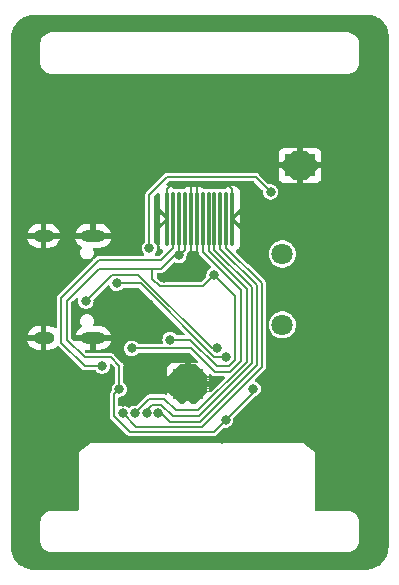
<source format=gbr>
%TF.GenerationSoftware,KiCad,Pcbnew,7.0.1*%
%TF.CreationDate,2024-01-11T23:21:17+00:00*%
%TF.ProjectId,Hardware,48617264-7761-4726-952e-6b696361645f,rev?*%
%TF.SameCoordinates,Original*%
%TF.FileFunction,Copper,L1,Top*%
%TF.FilePolarity,Positive*%
%FSLAX46Y46*%
G04 Gerber Fmt 4.6, Leading zero omitted, Abs format (unit mm)*
G04 Created by KiCad (PCBNEW 7.0.1) date 2024-01-11 23:21:17*
%MOMM*%
%LPD*%
G01*
G04 APERTURE LIST*
G04 Aperture macros list*
%AMRoundRect*
0 Rectangle with rounded corners*
0 $1 Rounding radius*
0 $2 $3 $4 $5 $6 $7 $8 $9 X,Y pos of 4 corners*
0 Add a 4 corners polygon primitive as box body*
4,1,4,$2,$3,$4,$5,$6,$7,$8,$9,$2,$3,0*
0 Add four circle primitives for the rounded corners*
1,1,$1+$1,$2,$3*
1,1,$1+$1,$4,$5*
1,1,$1+$1,$6,$7*
1,1,$1+$1,$8,$9*
0 Add four rect primitives between the rounded corners*
20,1,$1+$1,$2,$3,$4,$5,0*
20,1,$1+$1,$4,$5,$6,$7,0*
20,1,$1+$1,$6,$7,$8,$9,0*
20,1,$1+$1,$8,$9,$2,$3,0*%
G04 Aperture macros list end*
%TA.AperFunction,ComponentPad*%
%ADD10R,0.900000X0.500000*%
%TD*%
%TA.AperFunction,SMDPad,CuDef*%
%ADD11RoundRect,0.075000X-0.075000X-2.175000X0.075000X-2.175000X0.075000X2.175000X-0.075000X2.175000X0*%
%TD*%
%TA.AperFunction,ComponentPad*%
%ADD12C,0.500000*%
%TD*%
%TA.AperFunction,SMDPad,CuDef*%
%ADD13R,2.500000X2.500000*%
%TD*%
%TA.AperFunction,ComponentPad*%
%ADD14O,1.800000X1.000000*%
%TD*%
%TA.AperFunction,ComponentPad*%
%ADD15O,2.100000X1.000000*%
%TD*%
%TA.AperFunction,ComponentPad*%
%ADD16C,0.600000*%
%TD*%
%TA.AperFunction,SMDPad,CuDef*%
%ADD17R,2.600000X1.950000*%
%TD*%
%TA.AperFunction,WasherPad*%
%ADD18C,1.800000*%
%TD*%
%TA.AperFunction,ViaPad*%
%ADD19C,0.800000*%
%TD*%
%TA.AperFunction,Conductor*%
%ADD20C,0.200000*%
%TD*%
G04 APERTURE END LIST*
D10*
%TO.P,AE1,2,PCB_Trace*%
%TO.N,GND*%
X136650000Y-70625000D03*
%TD*%
D11*
%TO.P,J3,12,Pin_12*%
%TO.N,GND*%
X132750000Y-52000000D03*
%TO.P,J3,11,Pin_11*%
%TO.N,/~{RESET}*%
X132250000Y-52000000D03*
%TO.P,J3,10,Pin_10*%
%TO.N,/MOSI*%
X131750000Y-52000000D03*
%TO.P,J3,9,Pin_9*%
%TO.N,/SCK*%
X131250000Y-52000000D03*
%TO.P,J3,8,Pin_8*%
%TO.N,/LCD_CS*%
X130750000Y-52000000D03*
%TO.P,J3,7,Pin_7*%
%TO.N,/LCD_DC*%
X130250000Y-52000000D03*
%TO.P,J3,6,Pin_6*%
%TO.N,GND*%
X129750000Y-52000000D03*
%TO.P,J3,5,Pin_5*%
X129250000Y-52000000D03*
%TO.P,J3,4,Pin_4*%
%TO.N,+3V3*%
X128750000Y-52000000D03*
%TO.P,J3,3,Pin_3*%
X128250000Y-52000000D03*
%TO.P,J3,2,Pin_2*%
%TO.N,/LCD_BL_K*%
X127750000Y-52000000D03*
%TO.P,J3,1,Pin_1*%
%TO.N,GND*%
X127250000Y-52000000D03*
%TD*%
D12*
%TO.P,U1,33,GND*%
%TO.N,GND*%
X128000000Y-67000000D03*
X129000000Y-67000000D03*
X130000000Y-67000000D03*
X128000000Y-66000000D03*
X129000000Y-66000000D03*
D13*
X129000000Y-66000000D03*
D12*
X130000000Y-66000000D03*
X128000000Y-65000000D03*
X129000000Y-65000000D03*
X130000000Y-65000000D03*
%TD*%
D14*
%TO.P,J1,S1,SHIELD*%
%TO.N,GND*%
X116781000Y-62105000D03*
D15*
X120981000Y-62105000D03*
D14*
X116781000Y-53465000D03*
D15*
X120981000Y-53465000D03*
%TD*%
D16*
%TO.P,U2,13,PAD*%
%TO.N,GND*%
X139400000Y-48000000D03*
X139400000Y-47000000D03*
X138500000Y-48000000D03*
D17*
X138500000Y-47500000D03*
D16*
X138500000Y-47000000D03*
X137600000Y-48000000D03*
X137600000Y-47000000D03*
%TD*%
D18*
%TO.P,J4,*%
%TO.N,*%
X137000000Y-61000000D03*
X137000000Y-55000000D03*
%TD*%
D19*
%TO.N,GND*%
X138250000Y-70250000D03*
X115000000Y-68250000D03*
X115000000Y-55750000D03*
X141000000Y-50250000D03*
X125750000Y-59250000D03*
X140718750Y-65499500D03*
X118250000Y-65250000D03*
X127000000Y-57000000D03*
X127500000Y-41500000D03*
X124000000Y-65000000D03*
X125250000Y-61000000D03*
X137000000Y-58000000D03*
X134250000Y-52250000D03*
X138000000Y-63000000D03*
X122812826Y-63124347D03*
X135000000Y-55250000D03*
X114750000Y-73750000D03*
X122250000Y-44750000D03*
X119500000Y-59750000D03*
X145250000Y-73500000D03*
X144500000Y-44500000D03*
X140500000Y-75500000D03*
X145000000Y-59250000D03*
X133500000Y-69500000D03*
X115500000Y-42000000D03*
X119000000Y-75500000D03*
X137250000Y-69500000D03*
X138250000Y-49750000D03*
X123500000Y-67500000D03*
X143500000Y-64250000D03*
X123250000Y-58500000D03*
X144000000Y-52750000D03*
X115250000Y-50750000D03*
X143750000Y-69250000D03*
X131855684Y-70644089D03*
X119750000Y-47750000D03*
X115000000Y-60000000D03*
X128000000Y-56762000D03*
X136000000Y-45500000D03*
X121849502Y-68750000D03*
X118750000Y-56500000D03*
%TO.N,/USB_DP*%
X123000000Y-57500000D03*
X132241349Y-63705560D03*
%TO.N,/USB_DN*%
X131444931Y-62950908D03*
X120361498Y-59000000D03*
%TO.N,+3V3*%
X123200000Y-66449500D03*
X132198592Y-69057292D03*
X131222535Y-56777465D03*
X134522490Y-66417468D03*
X127500000Y-62250000D03*
X128247933Y-55118075D03*
%TO.N,/~{RESET}*%
X123500000Y-68500000D03*
%TO.N,/SCK*%
X125500000Y-68500000D03*
%TO.N,/MOSI*%
X126500000Y-68500000D03*
%TO.N,+BATT*%
X136000000Y-49750000D03*
X125750000Y-54500000D03*
%TO.N,/LCD_CS*%
X124500000Y-68500000D03*
%TO.N,/LCD_DC*%
X124250000Y-63000000D03*
%TO.N,/LCD_BL_K*%
X121750000Y-64500000D03*
%TD*%
D20*
%TO.N,GND*%
X129250000Y-55000000D02*
X129750000Y-55000000D01*
X129250000Y-52000000D02*
X129250000Y-55000000D01*
X132500000Y-49250000D02*
X132750000Y-49500000D01*
X129750000Y-55000000D02*
X129750000Y-52000000D01*
X127250000Y-52000000D02*
X127250000Y-49500000D01*
X127250000Y-49500000D02*
X127500000Y-49250000D01*
X129750000Y-52000000D02*
X129750000Y-49250000D01*
X127500000Y-49250000D02*
X129250000Y-49250000D01*
X129250000Y-49250000D02*
X129250000Y-52000000D01*
X129750000Y-49250000D02*
X132500000Y-49250000D01*
X129250000Y-49250000D02*
X129750000Y-49250000D01*
X132750000Y-49500000D02*
X132750000Y-52000000D01*
%TO.N,/USB_DP*%
X131210339Y-63705560D02*
X125004779Y-57500000D01*
X132241349Y-63705560D02*
X131210339Y-63705560D01*
X125004779Y-57500000D02*
X123000000Y-57500000D01*
%TO.N,/USB_DN*%
X131021373Y-62950908D02*
X124820465Y-56750000D01*
X122611498Y-56750000D02*
X120361498Y-59000000D01*
X131444931Y-62950908D02*
X131021373Y-62950908D01*
X124820465Y-56750000D02*
X122611498Y-56750000D01*
%TO.N,+3V3*%
X127881925Y-55118075D02*
X126750000Y-56250000D01*
X133000000Y-64000000D02*
X132500000Y-64500000D01*
X126000000Y-56250000D02*
X126000000Y-57118628D01*
X126631372Y-57750000D02*
X130250000Y-57750000D01*
X128740231Y-54625777D02*
X128247933Y-55118075D01*
X118750000Y-62250000D02*
X118750000Y-59000000D01*
X124060050Y-70050000D02*
X122750000Y-68739950D01*
X122750000Y-68739950D02*
X122750000Y-66899500D01*
X133000000Y-58554930D02*
X133000000Y-64000000D01*
X120250000Y-63750000D02*
X118750000Y-62250000D01*
X128247933Y-55118075D02*
X128247933Y-52002067D01*
X128247933Y-55118075D02*
X127881925Y-55118075D01*
X128740231Y-54290099D02*
X128750000Y-54280330D01*
X128750000Y-54280330D02*
X128750000Y-52000000D01*
X118750000Y-59000000D02*
X121500000Y-56250000D01*
X131205884Y-70050000D02*
X124060050Y-70050000D01*
X122500000Y-63750000D02*
X120250000Y-63750000D01*
X130250000Y-57750000D02*
X131222535Y-56777465D01*
X132500000Y-64500000D02*
X131439093Y-64500000D01*
X131222535Y-56777465D02*
X133000000Y-58554930D01*
X129189093Y-62250000D02*
X127500000Y-62250000D01*
X123200000Y-66449500D02*
X123200000Y-64450000D01*
X134522490Y-66733394D02*
X131205884Y-70050000D01*
X122750000Y-66899500D02*
X123200000Y-66449500D01*
X126750000Y-56250000D02*
X126000000Y-56250000D01*
X128247933Y-52002067D02*
X128250000Y-52000000D01*
X121500000Y-56250000D02*
X126000000Y-56250000D01*
X128740231Y-54290099D02*
X128740231Y-54625777D01*
X131439093Y-64500000D02*
X129189093Y-62250000D01*
X123200000Y-64450000D02*
X122500000Y-63750000D01*
X134522490Y-66417468D02*
X134522490Y-66733394D01*
X126000000Y-57118628D02*
X126631372Y-57750000D01*
%TO.N,/~{RESET}*%
X130178430Y-69650000D02*
X135250000Y-64578430D01*
X123500000Y-68500000D02*
X124650000Y-69650000D01*
X132250000Y-54500000D02*
X132250000Y-52000000D01*
X135250000Y-57500000D02*
X132250000Y-54500000D01*
X124650000Y-69650000D02*
X130178430Y-69650000D01*
X135250000Y-64578430D02*
X135250000Y-57500000D01*
%TO.N,/SCK*%
X129947058Y-68750000D02*
X127750000Y-68750000D01*
X126000000Y-67750000D02*
X125500000Y-68250000D01*
X134450000Y-57831372D02*
X134450000Y-64247058D01*
X126750000Y-67750000D02*
X126000000Y-67750000D01*
X125500000Y-68250000D02*
X125500000Y-68500000D01*
X134450000Y-64247058D02*
X129947058Y-68750000D01*
X131250000Y-54631372D02*
X134450000Y-57831372D01*
X127750000Y-68750000D02*
X126750000Y-67750000D01*
X131250000Y-52000000D02*
X131250000Y-54631372D01*
%TO.N,/MOSI*%
X134850000Y-64412744D02*
X130012744Y-69250000D01*
X130012744Y-69250000D02*
X127500000Y-69250000D01*
X134850000Y-57665687D02*
X134850000Y-64412744D01*
X131750000Y-54565686D02*
X134850000Y-57665687D01*
X126750000Y-68500000D02*
X126500000Y-68500000D01*
X131750000Y-52000000D02*
X131750000Y-54565686D01*
X127500000Y-69250000D02*
X126750000Y-68500000D01*
%TO.N,+BATT*%
X136000000Y-49750000D02*
X134750000Y-48500000D01*
X125750000Y-50000000D02*
X125750000Y-54500000D01*
X134750000Y-48500000D02*
X127250000Y-48500000D01*
X127250000Y-48500000D02*
X125750000Y-50000000D01*
%TO.N,/LCD_CS*%
X134000000Y-64131372D02*
X134000000Y-58000000D01*
X129881372Y-68250000D02*
X134000000Y-64131372D01*
X134000000Y-58000000D02*
X130750000Y-54750000D01*
X128000000Y-68250000D02*
X129881372Y-68250000D01*
X125750000Y-67250000D02*
X127000000Y-67250000D01*
X130750000Y-54750000D02*
X130750000Y-52000000D01*
X124500000Y-68500000D02*
X125750000Y-67250000D01*
X127000000Y-67250000D02*
X128000000Y-68250000D01*
%TO.N,/LCD_DC*%
X130250000Y-54815686D02*
X130250000Y-52000000D01*
X129281250Y-63000000D02*
X131281250Y-65000000D01*
X133500000Y-58065686D02*
X130250000Y-54815686D01*
X132565686Y-65000000D02*
X133500000Y-64065686D01*
X133500000Y-64065686D02*
X133500000Y-58065686D01*
X124250000Y-63000000D02*
X129281250Y-63000000D01*
X131281250Y-65000000D02*
X132565686Y-65000000D01*
%TO.N,/LCD_BL_K*%
X121750000Y-64500000D02*
X120250000Y-64500000D01*
X127750000Y-54500000D02*
X127750000Y-52000000D01*
X121500000Y-55500000D02*
X126750000Y-55500000D01*
X118250000Y-62500000D02*
X118250000Y-58750000D01*
X120250000Y-64500000D02*
X118250000Y-62500000D01*
X126750000Y-55500000D02*
X127750000Y-54500000D01*
X118250000Y-58750000D02*
X121500000Y-55500000D01*
%TD*%
%TA.AperFunction,Conductor*%
%TO.N,GND*%
G36*
X122351715Y-57667594D02*
G01*
X122386841Y-57717670D01*
X122419779Y-57804523D01*
X122509515Y-57934528D01*
X122509516Y-57934529D01*
X122509517Y-57934530D01*
X122627760Y-58039283D01*
X122767635Y-58112696D01*
X122921015Y-58150500D01*
X123078985Y-58150500D01*
X123232365Y-58112696D01*
X123372240Y-58039283D01*
X123490483Y-57934530D01*
X123511515Y-57904058D01*
X123555938Y-57864704D01*
X123613564Y-57850500D01*
X124808235Y-57850500D01*
X124855688Y-57859939D01*
X124895916Y-57886819D01*
X128696916Y-61687819D01*
X128727166Y-61737182D01*
X128731708Y-61794898D01*
X128709553Y-61848385D01*
X128665530Y-61885985D01*
X128609235Y-61899500D01*
X128113564Y-61899500D01*
X128055938Y-61885296D01*
X128011515Y-61845941D01*
X127990483Y-61815470D01*
X127872240Y-61710717D01*
X127780059Y-61662336D01*
X127732364Y-61637303D01*
X127578985Y-61599500D01*
X127421015Y-61599500D01*
X127267635Y-61637303D01*
X127127761Y-61710716D01*
X127009515Y-61815471D01*
X126919780Y-61945476D01*
X126863763Y-62093181D01*
X126844721Y-62249999D01*
X126863763Y-62406818D01*
X126892097Y-62481529D01*
X126899251Y-62540447D01*
X126878205Y-62595940D01*
X126833781Y-62635297D01*
X126776155Y-62649500D01*
X124863564Y-62649500D01*
X124805938Y-62635296D01*
X124761515Y-62595941D01*
X124740483Y-62565470D01*
X124622240Y-62460717D01*
X124608994Y-62453764D01*
X124482364Y-62387303D01*
X124328985Y-62349500D01*
X124171015Y-62349500D01*
X124017635Y-62387303D01*
X123877761Y-62460716D01*
X123759515Y-62565471D01*
X123669780Y-62695476D01*
X123613763Y-62843181D01*
X123594721Y-63000000D01*
X123613763Y-63156818D01*
X123669780Y-63304523D01*
X123759515Y-63434528D01*
X123759516Y-63434529D01*
X123759517Y-63434530D01*
X123877760Y-63539283D01*
X124017635Y-63612696D01*
X124171015Y-63650500D01*
X124328985Y-63650500D01*
X124482365Y-63612696D01*
X124622240Y-63539283D01*
X124740483Y-63434530D01*
X124761515Y-63404058D01*
X124805938Y-63364704D01*
X124863564Y-63350500D01*
X129084706Y-63350500D01*
X129132159Y-63359939D01*
X129172387Y-63386819D01*
X129823887Y-64038319D01*
X129854137Y-64087682D01*
X129858679Y-64145398D01*
X129836524Y-64198885D01*
X129792501Y-64236485D01*
X129736206Y-64250000D01*
X129250000Y-64250000D01*
X129250000Y-64396446D01*
X129294156Y-64352290D01*
X129349744Y-64320196D01*
X129413931Y-64320196D01*
X129469519Y-64352290D01*
X129500000Y-64382771D01*
X129530481Y-64352290D01*
X129586068Y-64320196D01*
X129650256Y-64320196D01*
X129705843Y-64352290D01*
X130647709Y-65294156D01*
X130679803Y-65349743D01*
X130679803Y-65413931D01*
X130647709Y-65469518D01*
X130617228Y-65499999D01*
X130617228Y-65500001D01*
X130647708Y-65530481D01*
X130679802Y-65586068D01*
X130679802Y-65650255D01*
X130647709Y-65705843D01*
X130603552Y-65749999D01*
X130603553Y-65750000D01*
X130750000Y-65750000D01*
X130750000Y-65263794D01*
X130763515Y-65207499D01*
X130801115Y-65163476D01*
X130854602Y-65141321D01*
X130912318Y-65145863D01*
X130961681Y-65176113D01*
X130998611Y-65213043D01*
X131014739Y-65232903D01*
X131019813Y-65240669D01*
X131042723Y-65258500D01*
X131053742Y-65268232D01*
X131062370Y-65274391D01*
X131069609Y-65279559D01*
X131073670Y-65282587D01*
X131112124Y-65312517D01*
X131112126Y-65312517D01*
X131118025Y-65317109D01*
X131171843Y-65333131D01*
X131176687Y-65334682D01*
X131222762Y-65350500D01*
X131222764Y-65350500D01*
X131229828Y-65352925D01*
X131237293Y-65352616D01*
X131237296Y-65352617D01*
X131285918Y-65350605D01*
X131291042Y-65350500D01*
X131985829Y-65350500D01*
X132042124Y-65364015D01*
X132086147Y-65401615D01*
X132108302Y-65455102D01*
X132103760Y-65512818D01*
X132073510Y-65562181D01*
X130961681Y-66674009D01*
X130912318Y-66704259D01*
X130854602Y-66708801D01*
X130801115Y-66686646D01*
X130763515Y-66642623D01*
X130750000Y-66586328D01*
X130750000Y-66250000D01*
X130603552Y-66250000D01*
X130647708Y-66294156D01*
X130679802Y-66349743D01*
X130679802Y-66413931D01*
X130647708Y-66469518D01*
X130617228Y-66499998D01*
X130617228Y-66499999D01*
X130647710Y-66530481D01*
X130679804Y-66586068D01*
X130679804Y-66650256D01*
X130647710Y-66705843D01*
X130000000Y-67353553D01*
X129705843Y-67647709D01*
X129650255Y-67679803D01*
X129586068Y-67679803D01*
X129530480Y-67647709D01*
X129499999Y-67617228D01*
X129469518Y-67647709D01*
X129413931Y-67679803D01*
X129349743Y-67679803D01*
X129294156Y-67647709D01*
X129000000Y-67353553D01*
X128705843Y-67647709D01*
X128650255Y-67679803D01*
X128586068Y-67679803D01*
X128530480Y-67647709D01*
X128499999Y-67617228D01*
X128469518Y-67647709D01*
X128413931Y-67679803D01*
X128349743Y-67679803D01*
X128294156Y-67647709D01*
X127646447Y-67000000D01*
X128353553Y-67000000D01*
X128500000Y-67146447D01*
X128646447Y-67000000D01*
X129353553Y-67000000D01*
X129500000Y-67146447D01*
X129646447Y-67000000D01*
X129500000Y-66853553D01*
X129353553Y-67000000D01*
X128646447Y-67000000D01*
X128500000Y-66853553D01*
X128353553Y-67000000D01*
X127646447Y-67000000D01*
X127352290Y-66705843D01*
X127320196Y-66650256D01*
X127320196Y-66586068D01*
X127352290Y-66530481D01*
X127382771Y-66500000D01*
X127853553Y-66500000D01*
X128000000Y-66646447D01*
X128146447Y-66500000D01*
X128853553Y-66500000D01*
X129000000Y-66646447D01*
X129146447Y-66500000D01*
X129853553Y-66500000D01*
X130000000Y-66646447D01*
X130146447Y-66500000D01*
X130000000Y-66353553D01*
X129853553Y-66500000D01*
X129146447Y-66500000D01*
X129000000Y-66353553D01*
X128853553Y-66500000D01*
X128146447Y-66500000D01*
X128000000Y-66353553D01*
X127853553Y-66500000D01*
X127382771Y-66500000D01*
X127352290Y-66469519D01*
X127320196Y-66413931D01*
X127320196Y-66349744D01*
X127352290Y-66294156D01*
X127396446Y-66250000D01*
X127250000Y-66250000D01*
X127250000Y-66791573D01*
X127236251Y-66848324D01*
X127198054Y-66892490D01*
X127143879Y-66914277D01*
X127085739Y-66908855D01*
X127051421Y-66897074D01*
X126995332Y-66899394D01*
X126990208Y-66899500D01*
X125799212Y-66899500D01*
X125773766Y-66896861D01*
X125764685Y-66894957D01*
X125735877Y-66898548D01*
X125721201Y-66899458D01*
X125701961Y-66902668D01*
X125696903Y-66903405D01*
X125641189Y-66910351D01*
X125591813Y-66937072D01*
X125587261Y-66939415D01*
X125536804Y-66964082D01*
X125498780Y-67005387D01*
X125495233Y-67009083D01*
X124689274Y-67815042D01*
X124634896Y-67846805D01*
X124594040Y-67847425D01*
X124594040Y-67849500D01*
X124421015Y-67849500D01*
X124267635Y-67887303D01*
X124127758Y-67960718D01*
X124082224Y-68001057D01*
X124029673Y-68028637D01*
X123970323Y-68028637D01*
X123917773Y-68001055D01*
X123872240Y-67960717D01*
X123802302Y-67924010D01*
X123732364Y-67887303D01*
X123578985Y-67849500D01*
X123421015Y-67849500D01*
X123254174Y-67890621D01*
X123198474Y-67891462D01*
X123148026Y-67867834D01*
X123113013Y-67824507D01*
X123100500Y-67770224D01*
X123100500Y-67224000D01*
X123117113Y-67162000D01*
X123162500Y-67116613D01*
X123224500Y-67100000D01*
X123278985Y-67100000D01*
X123432365Y-67062196D01*
X123572240Y-66988783D01*
X123690483Y-66884030D01*
X123780220Y-66754023D01*
X123836237Y-66606318D01*
X123855278Y-66449500D01*
X123836237Y-66292682D01*
X123780220Y-66144977D01*
X123690483Y-66014970D01*
X123592271Y-65927963D01*
X123561425Y-65886040D01*
X123550500Y-65835149D01*
X123550500Y-65000000D01*
X127245253Y-65000000D01*
X127249220Y-65035199D01*
X127250000Y-65049084D01*
X127250000Y-65750000D01*
X127396447Y-65750000D01*
X127396447Y-65749999D01*
X127352290Y-65705842D01*
X127320196Y-65650254D01*
X127320196Y-65586067D01*
X127352290Y-65530479D01*
X127382769Y-65500000D01*
X127853553Y-65500000D01*
X128000000Y-65646447D01*
X128146447Y-65500000D01*
X129853553Y-65500000D01*
X130000000Y-65646447D01*
X130146447Y-65500000D01*
X130000000Y-65353553D01*
X129853553Y-65500000D01*
X128146447Y-65500000D01*
X128000000Y-65353553D01*
X127853553Y-65500000D01*
X127382769Y-65500000D01*
X127382770Y-65499999D01*
X127352290Y-65469519D01*
X127320196Y-65413932D01*
X127320196Y-65349744D01*
X127352290Y-65294157D01*
X127646447Y-65000000D01*
X128353553Y-65000000D01*
X128500000Y-65146447D01*
X128646447Y-65000000D01*
X129353553Y-65000000D01*
X129500000Y-65146447D01*
X129646447Y-65000000D01*
X129500000Y-64853553D01*
X129353553Y-65000000D01*
X128646447Y-65000000D01*
X128500000Y-64853553D01*
X128353553Y-65000000D01*
X127646447Y-65000000D01*
X128294157Y-64352290D01*
X128349744Y-64320196D01*
X128413932Y-64320196D01*
X128469519Y-64352290D01*
X128499999Y-64382770D01*
X128530479Y-64352290D01*
X128586067Y-64320196D01*
X128650254Y-64320196D01*
X128705842Y-64352290D01*
X128749999Y-64396447D01*
X128750000Y-64396447D01*
X128750000Y-64250000D01*
X128049084Y-64250000D01*
X128035199Y-64249220D01*
X128000000Y-64245253D01*
X127964801Y-64249220D01*
X127950916Y-64250000D01*
X127702176Y-64250000D01*
X127642624Y-64256402D01*
X127507910Y-64306647D01*
X127392811Y-64392811D01*
X127306647Y-64507910D01*
X127256402Y-64642624D01*
X127250000Y-64702176D01*
X127250000Y-64950916D01*
X127249220Y-64964801D01*
X127245253Y-65000000D01*
X123550500Y-65000000D01*
X123550500Y-64499207D01*
X123553139Y-64473761D01*
X123553173Y-64473594D01*
X123555042Y-64464685D01*
X123551452Y-64435884D01*
X123550540Y-64421205D01*
X123550500Y-64420965D01*
X123550500Y-64420960D01*
X123547331Y-64401972D01*
X123546594Y-64396915D01*
X123546536Y-64396446D01*
X123540573Y-64348607D01*
X123540572Y-64348605D01*
X123539648Y-64341191D01*
X123536092Y-64334620D01*
X123536092Y-64334619D01*
X123512925Y-64291811D01*
X123510581Y-64287256D01*
X123485918Y-64236805D01*
X123480418Y-64231742D01*
X123444587Y-64198757D01*
X123440914Y-64195232D01*
X122782638Y-63536956D01*
X122766509Y-63517094D01*
X122761437Y-63509330D01*
X122738533Y-63491504D01*
X122727508Y-63481768D01*
X122711653Y-63470448D01*
X122707544Y-63467384D01*
X122663229Y-63432892D01*
X122609409Y-63416869D01*
X122604531Y-63415306D01*
X122551421Y-63397074D01*
X122495332Y-63399394D01*
X122490208Y-63399500D01*
X120446544Y-63399500D01*
X120399091Y-63390061D01*
X120358863Y-63363181D01*
X120312363Y-63316681D01*
X120282113Y-63267318D01*
X120277571Y-63209602D01*
X120299726Y-63156115D01*
X120343749Y-63118515D01*
X120400044Y-63105000D01*
X120731000Y-63105000D01*
X120731000Y-62355000D01*
X121231000Y-62355000D01*
X121231000Y-63105000D01*
X121581710Y-63105000D01*
X121733339Y-63089580D01*
X121927389Y-63028696D01*
X122105214Y-62929996D01*
X122259531Y-62797520D01*
X122384021Y-62636692D01*
X122473589Y-62454094D01*
X122499246Y-62355000D01*
X121231000Y-62355000D01*
X120731000Y-62355000D01*
X119402044Y-62355000D01*
X119354591Y-62345561D01*
X119314363Y-62318681D01*
X119136819Y-62141137D01*
X119109939Y-62100909D01*
X119100500Y-62053456D01*
X119100500Y-61855000D01*
X119462753Y-61855000D01*
X122504366Y-61855000D01*
X122504067Y-61853051D01*
X122433435Y-61662336D01*
X122325854Y-61489736D01*
X122185733Y-61342330D01*
X122018805Y-61226144D01*
X121831907Y-61145940D01*
X121632689Y-61105000D01*
X121091384Y-61105000D01*
X121032931Y-61090358D01*
X120988282Y-61049891D01*
X120967981Y-60993154D01*
X120976823Y-60933547D01*
X121021687Y-60825235D01*
X121041466Y-60675000D01*
X121021687Y-60524764D01*
X120963698Y-60384768D01*
X120963698Y-60384767D01*
X120871451Y-60264549D01*
X120751233Y-60172302D01*
X120751231Y-60172301D01*
X120611235Y-60114312D01*
X120498721Y-60099500D01*
X120498720Y-60099500D01*
X120423280Y-60099500D01*
X120423279Y-60099500D01*
X120310764Y-60114312D01*
X120170768Y-60172301D01*
X120050549Y-60264549D01*
X119958301Y-60384768D01*
X119900312Y-60524764D01*
X119880533Y-60675000D01*
X119900312Y-60825235D01*
X119958302Y-60965233D01*
X120009812Y-61032363D01*
X120032315Y-61080202D01*
X120032845Y-61133066D01*
X120011306Y-61181347D01*
X119971614Y-61216268D01*
X119856784Y-61280004D01*
X119702468Y-61412479D01*
X119577978Y-61573307D01*
X119488410Y-61755905D01*
X119462753Y-61854999D01*
X119462753Y-61855000D01*
X119100500Y-61855000D01*
X119100500Y-59196544D01*
X119109939Y-59149091D01*
X119136819Y-59108863D01*
X119245683Y-58999999D01*
X119515779Y-58729902D01*
X119568001Y-58698763D01*
X119628750Y-58696192D01*
X119683418Y-58722810D01*
X119718860Y-58772216D01*
X119726554Y-58832531D01*
X119706219Y-58999999D01*
X119725261Y-59156818D01*
X119781278Y-59304523D01*
X119871013Y-59434528D01*
X119871014Y-59434529D01*
X119871015Y-59434530D01*
X119989258Y-59539283D01*
X120129133Y-59612696D01*
X120282513Y-59650500D01*
X120440483Y-59650500D01*
X120593863Y-59612696D01*
X120733738Y-59539283D01*
X120851981Y-59434530D01*
X120941718Y-59304523D01*
X120997735Y-59156818D01*
X121016776Y-59000000D01*
X121006772Y-58917616D01*
X121012651Y-58862224D01*
X121042185Y-58814993D01*
X122183220Y-57673958D01*
X122235801Y-57642712D01*
X122296924Y-57640403D01*
X122351715Y-57667594D01*
G37*
%TD.AperFunction*%
%TA.AperFunction,Conductor*%
G36*
X129637309Y-54750000D02*
G01*
X129778670Y-54750000D01*
X129834661Y-54763361D01*
X129878586Y-54800564D01*
X129900979Y-54853593D01*
X129902665Y-54863698D01*
X129903403Y-54868764D01*
X129910351Y-54924495D01*
X129937081Y-54973888D01*
X129939421Y-54978433D01*
X129960802Y-55022170D01*
X129960803Y-55022171D01*
X129964084Y-55028882D01*
X129969581Y-55033942D01*
X129969582Y-55033944D01*
X130005399Y-55066916D01*
X130009097Y-55070465D01*
X130945265Y-56006633D01*
X130975398Y-56055639D01*
X130980173Y-56112970D01*
X130958560Y-56166286D01*
X130915212Y-56204109D01*
X130850298Y-56238180D01*
X130850296Y-56238181D01*
X130850295Y-56238182D01*
X130795892Y-56286377D01*
X130732050Y-56342936D01*
X130642315Y-56472941D01*
X130586298Y-56620646D01*
X130567256Y-56777465D01*
X130577259Y-56859845D01*
X130571380Y-56915240D01*
X130541844Y-56962472D01*
X130141137Y-57363181D01*
X130100909Y-57390061D01*
X130053456Y-57399500D01*
X126827916Y-57399500D01*
X126780463Y-57390061D01*
X126740235Y-57363181D01*
X126386819Y-57009765D01*
X126359939Y-56969537D01*
X126350500Y-56922084D01*
X126350500Y-56724500D01*
X126367113Y-56662500D01*
X126412500Y-56617113D01*
X126474500Y-56600500D01*
X126700788Y-56600500D01*
X126726234Y-56603139D01*
X126727556Y-56603416D01*
X126735315Y-56605043D01*
X126761364Y-56601795D01*
X126764123Y-56601452D01*
X126778795Y-56600541D01*
X126798013Y-56597334D01*
X126803069Y-56596596D01*
X126851393Y-56590573D01*
X126851394Y-56590572D01*
X126858808Y-56589648D01*
X126865378Y-56586092D01*
X126865381Y-56586092D01*
X126908201Y-56562918D01*
X126912747Y-56560577D01*
X126956484Y-56539198D01*
X126956486Y-56539195D01*
X126963195Y-56535916D01*
X126968254Y-56530419D01*
X126968258Y-56530418D01*
X127001254Y-56494572D01*
X127004756Y-56490924D01*
X127786670Y-55709010D01*
X127830379Y-55680751D01*
X127881837Y-55672919D01*
X127931972Y-55686895D01*
X128015568Y-55730771D01*
X128168948Y-55768575D01*
X128326918Y-55768575D01*
X128480298Y-55730771D01*
X128620173Y-55657358D01*
X128738416Y-55552605D01*
X128828153Y-55422598D01*
X128884170Y-55274893D01*
X128903211Y-55118075D01*
X128893207Y-55035691D01*
X128899086Y-54980299D01*
X128928620Y-54933068D01*
X128953277Y-54908411D01*
X128973134Y-54892287D01*
X128980900Y-54887214D01*
X128998727Y-54864308D01*
X129008459Y-54853288D01*
X129008601Y-54853088D01*
X129008607Y-54853083D01*
X129019818Y-54837379D01*
X129022819Y-54833353D01*
X129048954Y-54799778D01*
X129050467Y-54797834D01*
X129093859Y-54762599D01*
X129148318Y-54750000D01*
X129362691Y-54750000D01*
X129483814Y-54734053D01*
X129516186Y-54734053D01*
X129637309Y-54750000D01*
G37*
%TD.AperFunction*%
%TA.AperFunction,Conductor*%
G36*
X126548885Y-49844725D02*
G01*
X126586485Y-49888748D01*
X126600000Y-49945043D01*
X126600000Y-51137868D01*
X127313181Y-51851049D01*
X127340061Y-51891277D01*
X127349500Y-51938730D01*
X127349500Y-52061269D01*
X127340061Y-52108722D01*
X127313181Y-52148950D01*
X126600000Y-52862131D01*
X126600000Y-54212689D01*
X126600828Y-54218980D01*
X126594194Y-54278162D01*
X126570923Y-54312422D01*
X126600582Y-54327141D01*
X126635278Y-54374545D01*
X126672736Y-54464978D01*
X126764906Y-54585096D01*
X126881502Y-54674563D01*
X126922538Y-54730528D01*
X126927077Y-54799777D01*
X126893697Y-54860620D01*
X126641137Y-55113181D01*
X126600909Y-55140061D01*
X126553456Y-55149500D01*
X126324793Y-55149500D01*
X126267167Y-55135297D01*
X126222743Y-55095940D01*
X126201697Y-55040447D01*
X126208851Y-54981529D01*
X126232478Y-54947299D01*
X126231930Y-54946921D01*
X126240483Y-54934530D01*
X126330220Y-54804523D01*
X126386237Y-54656818D01*
X126405278Y-54500000D01*
X126397621Y-54436941D01*
X126404555Y-54378611D01*
X126427592Y-54344690D01*
X126395816Y-54328114D01*
X126361946Y-54279132D01*
X126330220Y-54195477D01*
X126304020Y-54157520D01*
X126240483Y-54065470D01*
X126142271Y-53978463D01*
X126111425Y-53936540D01*
X126100500Y-53885649D01*
X126100500Y-51562131D01*
X126600000Y-51562131D01*
X126600000Y-52437868D01*
X127037868Y-52000000D01*
X126600000Y-51562131D01*
X126100500Y-51562131D01*
X126100500Y-50196544D01*
X126109939Y-50149091D01*
X126136819Y-50108863D01*
X126241014Y-50004668D01*
X126388321Y-49857360D01*
X126437682Y-49827112D01*
X126495398Y-49822570D01*
X126548885Y-49844725D01*
G37*
%TD.AperFunction*%
%TA.AperFunction,Conductor*%
G36*
X144254418Y-34750816D02*
G01*
X144319156Y-34755446D01*
X144320034Y-34755511D01*
X144499873Y-34769665D01*
X144516476Y-34772113D01*
X144618010Y-34794200D01*
X144620472Y-34794763D01*
X144756542Y-34827431D01*
X144770911Y-34831818D01*
X144875511Y-34870831D01*
X144879541Y-34872417D01*
X145001688Y-34923012D01*
X145013624Y-34928723D01*
X145114208Y-34983646D01*
X145119533Y-34986729D01*
X145217191Y-35046574D01*
X145229753Y-35054272D01*
X145239255Y-35060719D01*
X145332054Y-35130187D01*
X145338228Y-35135126D01*
X145412800Y-35198817D01*
X145435689Y-35218366D01*
X145442838Y-35224975D01*
X145525023Y-35307160D01*
X145531632Y-35314309D01*
X145598005Y-35392022D01*
X145614861Y-35411757D01*
X145619818Y-35417953D01*
X145689273Y-35510735D01*
X145695726Y-35520245D01*
X145763261Y-35630452D01*
X145766366Y-35635815D01*
X145821266Y-35736356D01*
X145826995Y-35748330D01*
X145877563Y-35870412D01*
X145879184Y-35874532D01*
X145918177Y-35979077D01*
X145922569Y-35993463D01*
X145955223Y-36129476D01*
X145955815Y-36132065D01*
X145977883Y-36233509D01*
X145980335Y-36250138D01*
X145994486Y-36429950D01*
X145994552Y-36430831D01*
X145999184Y-36495581D01*
X145999500Y-36504429D01*
X145999500Y-79745947D01*
X145999234Y-79754058D01*
X145994045Y-79833217D01*
X145993995Y-79833952D01*
X145981291Y-80011573D01*
X145979224Y-80026918D01*
X145957064Y-80138323D01*
X145956613Y-80140490D01*
X145926217Y-80280221D01*
X145922470Y-80293722D01*
X145883793Y-80407660D01*
X145882556Y-80411135D01*
X145834938Y-80538802D01*
X145829969Y-80550311D01*
X145775564Y-80660635D01*
X145773183Y-80665219D01*
X145709154Y-80782478D01*
X145703424Y-80791942D01*
X145634383Y-80895269D01*
X145630548Y-80900688D01*
X145551181Y-81006711D01*
X145545142Y-81014160D01*
X145462867Y-81107976D01*
X145457320Y-81113898D01*
X145363898Y-81207320D01*
X145357976Y-81212867D01*
X145264160Y-81295142D01*
X145256711Y-81301181D01*
X145150688Y-81380548D01*
X145145269Y-81384383D01*
X145041942Y-81453424D01*
X145032478Y-81459154D01*
X144915219Y-81523183D01*
X144910635Y-81525564D01*
X144800311Y-81579969D01*
X144788802Y-81584938D01*
X144661135Y-81632556D01*
X144657660Y-81633793D01*
X144543722Y-81672470D01*
X144530221Y-81676217D01*
X144390490Y-81706613D01*
X144388323Y-81707064D01*
X144276918Y-81729224D01*
X144261573Y-81731291D01*
X144083952Y-81743995D01*
X144083217Y-81744045D01*
X144004058Y-81749234D01*
X143995947Y-81749500D01*
X116004053Y-81749500D01*
X115995942Y-81749234D01*
X115916781Y-81744045D01*
X115916046Y-81743995D01*
X115738425Y-81731291D01*
X115723080Y-81729224D01*
X115611675Y-81707064D01*
X115609508Y-81706613D01*
X115469777Y-81676217D01*
X115456276Y-81672470D01*
X115342338Y-81633793D01*
X115338863Y-81632556D01*
X115211196Y-81584938D01*
X115199687Y-81579969D01*
X115134947Y-81548043D01*
X115089348Y-81525556D01*
X115084779Y-81523183D01*
X114967520Y-81459154D01*
X114958056Y-81453424D01*
X114854729Y-81384383D01*
X114849310Y-81380548D01*
X114793396Y-81338691D01*
X114743278Y-81301173D01*
X114735848Y-81295150D01*
X114642022Y-81212867D01*
X114636100Y-81207320D01*
X114542678Y-81113898D01*
X114537131Y-81107976D01*
X114505450Y-81071851D01*
X114454844Y-81014145D01*
X114448830Y-81006727D01*
X114369450Y-80900688D01*
X114365615Y-80895269D01*
X114296574Y-80791942D01*
X114290844Y-80782478D01*
X114226798Y-80665187D01*
X114224461Y-80660687D01*
X114170024Y-80550300D01*
X114165060Y-80538802D01*
X114117420Y-80411074D01*
X114116228Y-80407725D01*
X114077522Y-80293703D01*
X114073786Y-80280240D01*
X114043374Y-80140437D01*
X114042945Y-80138378D01*
X114020772Y-80026904D01*
X114018709Y-80011587D01*
X114005991Y-79833767D01*
X114005978Y-79833586D01*
X114000764Y-79754042D01*
X114000500Y-79745935D01*
X114000500Y-79337533D01*
X116499500Y-79337533D01*
X116514668Y-79423561D01*
X116529899Y-79509938D01*
X116559712Y-79591849D01*
X116589776Y-79674447D01*
X116677307Y-79826054D01*
X116683438Y-79833361D01*
X116789837Y-79960163D01*
X116923945Y-80072692D01*
X117075555Y-80160225D01*
X117240062Y-80220101D01*
X117320676Y-80234315D01*
X117412467Y-80250500D01*
X117412468Y-80250500D01*
X117499901Y-80250500D01*
X117500000Y-80250500D01*
X117500500Y-80250500D01*
X142499500Y-80250500D01*
X142500099Y-80250500D01*
X142587532Y-80250500D01*
X142587533Y-80250500D01*
X142630633Y-80242900D01*
X142759938Y-80220101D01*
X142924445Y-80160225D01*
X143076055Y-80072692D01*
X143210163Y-79960163D01*
X143322692Y-79826055D01*
X143410225Y-79674445D01*
X143470101Y-79509938D01*
X143500500Y-79337532D01*
X143500500Y-79250000D01*
X143500500Y-79249500D01*
X143500500Y-77749901D01*
X143500500Y-77662468D01*
X143470101Y-77490062D01*
X143410225Y-77325555D01*
X143322692Y-77173945D01*
X143210163Y-77039837D01*
X143076055Y-76927308D01*
X143076054Y-76927307D01*
X142924447Y-76839776D01*
X142924446Y-76839775D01*
X142924445Y-76839775D01*
X142759938Y-76779899D01*
X142759937Y-76779898D01*
X142759935Y-76779898D01*
X142587533Y-76749500D01*
X142587532Y-76749500D01*
X142500099Y-76749500D01*
X139874000Y-76749500D01*
X139812000Y-76732887D01*
X139766613Y-76687500D01*
X139750000Y-76625500D01*
X139750000Y-71749999D01*
X139178570Y-71321428D01*
X138750000Y-71000000D01*
X120750000Y-71000000D01*
X120450000Y-71224999D01*
X119749999Y-71749999D01*
X119750000Y-71750000D01*
X119750000Y-76625500D01*
X119733387Y-76687500D01*
X119688000Y-76732887D01*
X119626000Y-76749500D01*
X117412467Y-76749500D01*
X117240064Y-76779898D01*
X117075552Y-76839776D01*
X116923945Y-76927307D01*
X116789837Y-77039837D01*
X116677307Y-77173945D01*
X116589776Y-77325552D01*
X116529898Y-77490064D01*
X116499500Y-77662467D01*
X116499500Y-79337533D01*
X114000500Y-79337533D01*
X114000500Y-62355000D01*
X115407634Y-62355000D01*
X115407932Y-62356948D01*
X115478564Y-62547663D01*
X115586145Y-62720263D01*
X115726266Y-62867669D01*
X115893194Y-62983855D01*
X116080092Y-63064059D01*
X116279311Y-63105000D01*
X116531000Y-63105000D01*
X117031000Y-63105000D01*
X117231710Y-63105000D01*
X117383339Y-63089580D01*
X117577389Y-63028696D01*
X117755214Y-62929996D01*
X117898908Y-62806638D01*
X117953693Y-62779477D01*
X118014796Y-62781800D01*
X118067360Y-62813042D01*
X119967361Y-64713043D01*
X119983489Y-64732903D01*
X119988476Y-64740537D01*
X119988563Y-64740669D01*
X120011473Y-64758500D01*
X120022492Y-64768232D01*
X120031120Y-64774391D01*
X120038359Y-64779559D01*
X120042420Y-64782587D01*
X120080874Y-64812517D01*
X120080876Y-64812517D01*
X120086775Y-64817109D01*
X120140593Y-64833131D01*
X120145437Y-64834682D01*
X120191512Y-64850500D01*
X120191514Y-64850500D01*
X120198578Y-64852925D01*
X120206043Y-64852616D01*
X120206046Y-64852617D01*
X120254668Y-64850605D01*
X120259792Y-64850500D01*
X121136436Y-64850500D01*
X121194062Y-64864704D01*
X121238484Y-64904058D01*
X121259517Y-64934530D01*
X121377760Y-65039283D01*
X121517635Y-65112696D01*
X121671015Y-65150500D01*
X121828985Y-65150500D01*
X121982365Y-65112696D01*
X122122240Y-65039283D01*
X122240483Y-64934530D01*
X122330220Y-64804523D01*
X122386237Y-64656818D01*
X122405278Y-64500000D01*
X122400353Y-64459439D01*
X122408047Y-64399125D01*
X122443488Y-64349718D01*
X122498156Y-64323100D01*
X122558906Y-64325670D01*
X122611130Y-64356812D01*
X122813181Y-64558863D01*
X122840061Y-64599091D01*
X122849500Y-64646544D01*
X122849500Y-65835149D01*
X122838575Y-65886040D01*
X122807728Y-65927963D01*
X122745674Y-65982938D01*
X122709516Y-66014971D01*
X122619780Y-66144976D01*
X122563763Y-66292681D01*
X122544721Y-66449500D01*
X122554036Y-66526214D01*
X122543362Y-66593479D01*
X122520155Y-66620272D01*
X122522038Y-66621738D01*
X122491500Y-66660971D01*
X122481765Y-66671996D01*
X122470441Y-66687857D01*
X122467392Y-66691945D01*
X122457809Y-66704259D01*
X122432891Y-66736273D01*
X122416871Y-66790082D01*
X122415309Y-66794958D01*
X122397074Y-66848077D01*
X122399394Y-66904168D01*
X122399500Y-66909292D01*
X122399500Y-68690738D01*
X122396861Y-68716184D01*
X122394957Y-68725264D01*
X122398548Y-68754073D01*
X122399458Y-68768745D01*
X122402665Y-68787963D01*
X122403403Y-68793028D01*
X122410351Y-68848759D01*
X122437081Y-68898152D01*
X122439421Y-68902697D01*
X122460802Y-68946434D01*
X122460803Y-68946435D01*
X122464084Y-68953146D01*
X122469581Y-68958206D01*
X122469582Y-68958208D01*
X122505399Y-68991180D01*
X122509097Y-68994729D01*
X123777411Y-70263043D01*
X123793539Y-70282903D01*
X123798613Y-70290669D01*
X123821523Y-70308500D01*
X123832544Y-70318233D01*
X123848397Y-70329552D01*
X123852500Y-70332611D01*
X123890924Y-70362517D01*
X123890925Y-70362517D01*
X123896822Y-70367107D01*
X123950628Y-70383126D01*
X123955502Y-70384687D01*
X124001562Y-70400500D01*
X124001563Y-70400500D01*
X124008627Y-70402925D01*
X124016093Y-70402616D01*
X124016096Y-70402617D01*
X124064718Y-70400605D01*
X124069842Y-70400500D01*
X131156672Y-70400500D01*
X131182118Y-70403139D01*
X131183440Y-70403416D01*
X131191199Y-70405043D01*
X131217248Y-70401795D01*
X131220007Y-70401452D01*
X131234679Y-70400541D01*
X131253897Y-70397334D01*
X131258953Y-70396596D01*
X131307277Y-70390573D01*
X131307278Y-70390572D01*
X131314692Y-70389648D01*
X131321262Y-70386092D01*
X131321265Y-70386092D01*
X131364085Y-70362918D01*
X131368631Y-70360577D01*
X131412368Y-70339198D01*
X131412370Y-70339195D01*
X131419079Y-70335916D01*
X131424138Y-70330419D01*
X131424142Y-70330418D01*
X131457138Y-70294572D01*
X131460640Y-70290924D01*
X132009317Y-69742247D01*
X132063697Y-69710485D01*
X132104551Y-69709867D01*
X132104551Y-69707792D01*
X132277577Y-69707792D01*
X132430957Y-69669988D01*
X132570832Y-69596575D01*
X132689075Y-69491822D01*
X132778812Y-69361815D01*
X132834829Y-69214110D01*
X132853870Y-69057292D01*
X132843866Y-68974908D01*
X132849745Y-68919516D01*
X132879279Y-68872285D01*
X134686016Y-67065548D01*
X134744022Y-67032833D01*
X134754855Y-67030164D01*
X134894730Y-66956751D01*
X135012973Y-66851998D01*
X135102710Y-66721991D01*
X135158727Y-66574286D01*
X135177768Y-66417468D01*
X135158727Y-66260650D01*
X135102710Y-66112945D01*
X135012973Y-65982938D01*
X134894730Y-65878185D01*
X134887136Y-65874199D01*
X134749619Y-65802023D01*
X134706271Y-65764199D01*
X134684658Y-65710884D01*
X134689431Y-65653552D01*
X134719563Y-65604548D01*
X135463046Y-64861064D01*
X135482903Y-64844940D01*
X135490669Y-64839867D01*
X135508496Y-64816961D01*
X135518232Y-64805937D01*
X135518375Y-64805737D01*
X135529561Y-64790067D01*
X135532610Y-64785978D01*
X135562517Y-64747556D01*
X135562517Y-64747554D01*
X135567108Y-64741657D01*
X135583127Y-64687849D01*
X135584679Y-64682999D01*
X135600500Y-64636918D01*
X135600500Y-64636915D01*
X135602925Y-64629851D01*
X135602616Y-64622386D01*
X135602617Y-64622384D01*
X135600605Y-64573761D01*
X135600500Y-64568638D01*
X135600500Y-61048133D01*
X135613000Y-60999999D01*
X135834723Y-60999999D01*
X135847971Y-61036692D01*
X135864243Y-61212310D01*
X135922595Y-61417390D01*
X136017631Y-61608252D01*
X136129135Y-61755905D01*
X136146128Y-61778407D01*
X136303698Y-61922052D01*
X136484981Y-62034298D01*
X136683802Y-62111321D01*
X136893390Y-62150500D01*
X137106608Y-62150500D01*
X137106610Y-62150500D01*
X137316198Y-62111321D01*
X137515019Y-62034298D01*
X137696302Y-61922052D01*
X137853872Y-61778407D01*
X137982366Y-61608255D01*
X137982366Y-61608253D01*
X137982368Y-61608252D01*
X138041381Y-61489736D01*
X138077405Y-61417389D01*
X138135756Y-61212310D01*
X138155429Y-61000000D01*
X138135756Y-60787690D01*
X138077405Y-60582611D01*
X138048601Y-60524764D01*
X137982368Y-60391747D01*
X137853873Y-60221594D01*
X137696301Y-60077947D01*
X137515017Y-59965701D01*
X137316198Y-59888679D01*
X137316197Y-59888678D01*
X137106610Y-59849500D01*
X136893390Y-59849500D01*
X136753664Y-59875619D01*
X136683801Y-59888679D01*
X136484982Y-59965701D01*
X136303698Y-60077947D01*
X136146126Y-60221594D01*
X136017631Y-60391747D01*
X135922595Y-60582609D01*
X135864243Y-60787689D01*
X135847971Y-60963308D01*
X135834723Y-60999999D01*
X135613000Y-60999999D01*
X135600500Y-60951867D01*
X135600500Y-57549212D01*
X135603139Y-57523766D01*
X135603364Y-57522687D01*
X135605043Y-57514685D01*
X135601452Y-57485877D01*
X135600541Y-57471213D01*
X135600500Y-57470967D01*
X135600500Y-57470960D01*
X135597330Y-57451965D01*
X135596595Y-57446919D01*
X135594491Y-57430040D01*
X135590573Y-57398607D01*
X135590572Y-57398605D01*
X135589648Y-57391191D01*
X135586092Y-57384620D01*
X135586092Y-57384619D01*
X135562913Y-57341788D01*
X135560579Y-57337253D01*
X135535915Y-57286801D01*
X135494588Y-57248757D01*
X135490890Y-57245209D01*
X134096181Y-55850500D01*
X133245681Y-55000000D01*
X135844571Y-55000000D01*
X135864243Y-55212310D01*
X135922595Y-55417390D01*
X136017631Y-55608252D01*
X136138703Y-55768575D01*
X136146128Y-55778407D01*
X136303698Y-55922052D01*
X136484981Y-56034298D01*
X136683802Y-56111321D01*
X136893390Y-56150500D01*
X137106608Y-56150500D01*
X137106610Y-56150500D01*
X137316198Y-56111321D01*
X137515019Y-56034298D01*
X137696302Y-55922052D01*
X137853872Y-55778407D01*
X137982366Y-55608255D01*
X137982366Y-55608253D01*
X137982368Y-55608252D01*
X138058335Y-55455687D01*
X138077405Y-55417389D01*
X138135756Y-55212310D01*
X138155429Y-55000000D01*
X138135756Y-54787690D01*
X138134092Y-54781843D01*
X138112550Y-54706132D01*
X138077405Y-54582611D01*
X138036270Y-54500000D01*
X137982368Y-54391747D01*
X137853873Y-54221594D01*
X137696301Y-54077947D01*
X137515017Y-53965701D01*
X137316198Y-53888679D01*
X137299989Y-53885649D01*
X137106610Y-53849500D01*
X136893390Y-53849500D01*
X136753664Y-53875619D01*
X136683801Y-53888679D01*
X136484982Y-53965701D01*
X136303698Y-54077947D01*
X136146126Y-54221594D01*
X136017631Y-54391747D01*
X135922595Y-54582609D01*
X135864243Y-54787689D01*
X135844571Y-55000000D01*
X133245681Y-55000000D01*
X133106300Y-54860619D01*
X133072922Y-54799778D01*
X133077461Y-54730529D01*
X133118497Y-54674564D01*
X133235093Y-54585096D01*
X133327263Y-54464978D01*
X133385199Y-54325105D01*
X133400000Y-54212691D01*
X133400000Y-52862133D01*
X133399999Y-52862131D01*
X132686818Y-52148950D01*
X132659938Y-52108722D01*
X132650499Y-52061271D01*
X132650499Y-52000000D01*
X132962132Y-52000000D01*
X133399999Y-52437868D01*
X133400000Y-52437868D01*
X133400000Y-51562132D01*
X133399999Y-51562131D01*
X132962132Y-52000000D01*
X132650499Y-52000000D01*
X132650499Y-51938728D01*
X132659938Y-51891278D01*
X132686818Y-51851049D01*
X132750000Y-51787868D01*
X133399999Y-51137868D01*
X133400000Y-51137868D01*
X133400000Y-49787309D01*
X133385199Y-49674894D01*
X133327263Y-49535021D01*
X133235094Y-49414905D01*
X133114978Y-49322736D01*
X132975105Y-49264800D01*
X132862691Y-49250000D01*
X132637309Y-49250000D01*
X132524894Y-49264800D01*
X132385021Y-49322736D01*
X132264903Y-49414906D01*
X132237215Y-49450989D01*
X132193689Y-49486710D01*
X132144871Y-49498096D01*
X132144917Y-49498441D01*
X132141419Y-49498901D01*
X132138853Y-49499500D01*
X132136869Y-49499500D01*
X132089452Y-49505741D01*
X132052402Y-49523018D01*
X131999999Y-49534635D01*
X131947597Y-49523018D01*
X131910545Y-49505741D01*
X131910543Y-49505740D01*
X131910542Y-49505740D01*
X131863140Y-49499500D01*
X131636864Y-49499500D01*
X131589452Y-49505741D01*
X131552402Y-49523018D01*
X131499999Y-49534635D01*
X131447597Y-49523018D01*
X131410545Y-49505741D01*
X131410543Y-49505740D01*
X131410542Y-49505740D01*
X131363140Y-49499500D01*
X131136864Y-49499500D01*
X131089452Y-49505741D01*
X131052402Y-49523018D01*
X130999999Y-49534635D01*
X130947597Y-49523018D01*
X130910545Y-49505741D01*
X130910543Y-49505740D01*
X130910542Y-49505740D01*
X130863140Y-49499500D01*
X130636864Y-49499500D01*
X130589452Y-49505741D01*
X130552402Y-49523018D01*
X130499999Y-49534635D01*
X130447597Y-49523018D01*
X130410545Y-49505741D01*
X130410543Y-49505740D01*
X130410542Y-49505740D01*
X130363140Y-49499500D01*
X130361157Y-49499500D01*
X130358585Y-49498900D01*
X130355081Y-49498439D01*
X130355126Y-49498093D01*
X130306313Y-49486712D01*
X130262781Y-49450986D01*
X130235096Y-49414906D01*
X130114978Y-49322736D01*
X129975105Y-49264800D01*
X129862691Y-49250000D01*
X129637308Y-49250000D01*
X129516185Y-49265946D01*
X129483815Y-49265946D01*
X129362692Y-49250000D01*
X129137309Y-49250000D01*
X129024894Y-49264800D01*
X128885021Y-49322736D01*
X128764903Y-49414906D01*
X128737215Y-49450989D01*
X128693689Y-49486710D01*
X128644871Y-49498096D01*
X128644917Y-49498441D01*
X128641419Y-49498901D01*
X128638853Y-49499500D01*
X128636869Y-49499500D01*
X128589452Y-49505741D01*
X128552402Y-49523018D01*
X128499999Y-49534635D01*
X128447597Y-49523018D01*
X128410545Y-49505741D01*
X128410543Y-49505740D01*
X128410542Y-49505740D01*
X128363140Y-49499500D01*
X128136864Y-49499500D01*
X128089452Y-49505741D01*
X128052402Y-49523018D01*
X127999999Y-49534635D01*
X127947597Y-49523018D01*
X127910545Y-49505741D01*
X127910543Y-49505740D01*
X127910542Y-49505740D01*
X127863140Y-49499500D01*
X127861157Y-49499500D01*
X127858585Y-49498900D01*
X127855081Y-49498439D01*
X127855126Y-49498093D01*
X127806313Y-49486712D01*
X127762781Y-49450986D01*
X127735096Y-49414906D01*
X127614978Y-49322736D01*
X127475105Y-49264800D01*
X127362691Y-49250000D01*
X127295044Y-49250000D01*
X127238749Y-49236485D01*
X127194726Y-49198885D01*
X127172571Y-49145398D01*
X127177113Y-49087682D01*
X127207363Y-49038319D01*
X127358863Y-48886819D01*
X127399091Y-48859939D01*
X127446544Y-48850500D01*
X134553456Y-48850500D01*
X134600909Y-48859939D01*
X134641137Y-48886819D01*
X135319309Y-49564991D01*
X135348845Y-49612222D01*
X135354724Y-49667618D01*
X135344721Y-49749998D01*
X135363763Y-49906818D01*
X135419780Y-50054523D01*
X135509515Y-50184528D01*
X135509516Y-50184529D01*
X135509517Y-50184530D01*
X135627760Y-50289283D01*
X135767635Y-50362696D01*
X135921015Y-50400500D01*
X136078985Y-50400500D01*
X136232365Y-50362696D01*
X136372240Y-50289283D01*
X136490483Y-50184530D01*
X136580220Y-50054523D01*
X136636237Y-49906818D01*
X136655278Y-49750000D01*
X136653272Y-49733483D01*
X136651315Y-49717361D01*
X136636237Y-49593182D01*
X136580220Y-49445477D01*
X136535351Y-49380473D01*
X136490484Y-49315471D01*
X136434581Y-49265946D01*
X136372240Y-49210717D01*
X136247787Y-49145398D01*
X136232364Y-49137303D01*
X136078985Y-49099500D01*
X135921015Y-49099500D01*
X135905960Y-49099500D01*
X135905960Y-49097426D01*
X135865099Y-49096804D01*
X135810724Y-49065042D01*
X135032638Y-48286956D01*
X135016509Y-48267094D01*
X135011437Y-48259330D01*
X134988533Y-48241504D01*
X134977508Y-48231768D01*
X134961653Y-48220448D01*
X134957544Y-48217384D01*
X134913229Y-48182892D01*
X134859409Y-48166869D01*
X134854531Y-48165306D01*
X134801421Y-48147074D01*
X134745332Y-48149394D01*
X134740208Y-48149500D01*
X127299207Y-48149500D01*
X127273761Y-48146861D01*
X127264685Y-48144958D01*
X127235884Y-48148548D01*
X127221203Y-48149459D01*
X127201986Y-48152665D01*
X127196924Y-48153402D01*
X127141192Y-48160350D01*
X127091813Y-48187072D01*
X127087261Y-48189415D01*
X127036804Y-48214082D01*
X126998780Y-48255387D01*
X126995233Y-48259083D01*
X125536955Y-49717361D01*
X125517104Y-49733483D01*
X125509332Y-49738561D01*
X125491500Y-49761471D01*
X125481765Y-49772496D01*
X125470441Y-49788357D01*
X125467392Y-49792445D01*
X125450954Y-49813566D01*
X125432891Y-49836773D01*
X125416871Y-49890582D01*
X125415309Y-49895458D01*
X125397074Y-49948577D01*
X125399394Y-50004668D01*
X125399500Y-50009792D01*
X125399500Y-53885649D01*
X125388575Y-53936540D01*
X125357728Y-53978463D01*
X125259517Y-54065470D01*
X125259516Y-54065471D01*
X125169780Y-54195476D01*
X125113763Y-54343181D01*
X125094721Y-54500000D01*
X125107443Y-54604767D01*
X125113763Y-54656818D01*
X125169780Y-54804523D01*
X125258506Y-54933066D01*
X125268070Y-54946921D01*
X125267521Y-54947299D01*
X125291149Y-54981529D01*
X125298303Y-55040447D01*
X125277257Y-55095940D01*
X125232833Y-55135297D01*
X125175207Y-55149500D01*
X121549212Y-55149500D01*
X121523766Y-55146861D01*
X121514685Y-55144957D01*
X121485877Y-55148548D01*
X121471201Y-55149458D01*
X121451961Y-55152668D01*
X121446903Y-55153405D01*
X121391189Y-55160351D01*
X121341813Y-55187072D01*
X121337261Y-55189415D01*
X121286804Y-55214082D01*
X121248780Y-55255387D01*
X121245233Y-55259083D01*
X121129434Y-55374882D01*
X121076451Y-55406247D01*
X121014914Y-55408262D01*
X120959993Y-55380428D01*
X120925231Y-55329610D01*
X120919196Y-55268336D01*
X120943376Y-55211716D01*
X120963698Y-55185233D01*
X121021687Y-55045236D01*
X121041466Y-54895000D01*
X121021687Y-54744764D01*
X120996627Y-54684265D01*
X120976823Y-54636453D01*
X120967981Y-54576846D01*
X120988282Y-54520109D01*
X121032931Y-54479642D01*
X121091384Y-54465000D01*
X121581710Y-54465000D01*
X121733339Y-54449580D01*
X121927389Y-54388696D01*
X122105214Y-54289996D01*
X122259531Y-54157520D01*
X122384021Y-53996692D01*
X122473589Y-53814094D01*
X122499246Y-53715000D01*
X119457634Y-53715000D01*
X119457932Y-53716948D01*
X119528564Y-53907663D01*
X119636145Y-54080263D01*
X119776266Y-54227669D01*
X119943194Y-54343855D01*
X119958595Y-54350464D01*
X120003697Y-54383545D01*
X120029673Y-54433080D01*
X120031238Y-54488991D01*
X120008074Y-54539902D01*
X119958302Y-54604766D01*
X119900312Y-54744764D01*
X119880533Y-54895000D01*
X119900312Y-55045235D01*
X119949469Y-55163908D01*
X119958302Y-55185233D01*
X120050549Y-55305451D01*
X120170767Y-55397698D01*
X120230881Y-55422598D01*
X120310764Y-55455687D01*
X120423279Y-55470500D01*
X120423280Y-55470500D01*
X120498720Y-55470500D01*
X120498721Y-55470500D01*
X120554977Y-55463093D01*
X120611236Y-55455687D01*
X120751233Y-55397698D01*
X120777716Y-55377376D01*
X120834336Y-55353196D01*
X120895610Y-55359231D01*
X120946428Y-55393993D01*
X120974262Y-55448914D01*
X120972247Y-55510451D01*
X120940882Y-55563434D01*
X118036955Y-58467361D01*
X118017104Y-58483483D01*
X118009332Y-58488561D01*
X117991500Y-58511471D01*
X117981765Y-58522496D01*
X117970441Y-58538357D01*
X117967392Y-58542445D01*
X117950954Y-58563566D01*
X117932891Y-58586773D01*
X117916871Y-58640582D01*
X117915309Y-58645458D01*
X117897074Y-58698577D01*
X117899394Y-58754668D01*
X117899500Y-58759792D01*
X117899500Y-61149327D01*
X117881554Y-61213580D01*
X117832912Y-61259236D01*
X117767651Y-61273078D01*
X117704663Y-61251102D01*
X117668805Y-61226144D01*
X117481907Y-61145940D01*
X117282689Y-61105000D01*
X117031000Y-61105000D01*
X117031000Y-63105000D01*
X116531000Y-63105000D01*
X116531000Y-62355000D01*
X115407634Y-62355000D01*
X114000500Y-62355000D01*
X114000500Y-61855000D01*
X115412753Y-61855000D01*
X116531000Y-61855000D01*
X116531000Y-61105000D01*
X116330290Y-61105000D01*
X116178660Y-61120419D01*
X115984610Y-61181303D01*
X115806785Y-61280003D01*
X115652468Y-61412479D01*
X115527978Y-61573307D01*
X115438410Y-61755905D01*
X115412753Y-61854999D01*
X115412753Y-61855000D01*
X114000500Y-61855000D01*
X114000500Y-53715000D01*
X115407634Y-53715000D01*
X115407932Y-53716948D01*
X115478564Y-53907663D01*
X115586145Y-54080263D01*
X115726266Y-54227669D01*
X115893194Y-54343855D01*
X116080092Y-54424059D01*
X116279311Y-54465000D01*
X116531000Y-54465000D01*
X116531000Y-53715000D01*
X117031000Y-53715000D01*
X117031000Y-54465000D01*
X117231710Y-54465000D01*
X117383339Y-54449580D01*
X117577389Y-54388696D01*
X117755214Y-54289996D01*
X117909531Y-54157520D01*
X118034021Y-53996692D01*
X118123589Y-53814094D01*
X118149246Y-53715000D01*
X117031000Y-53715000D01*
X116531000Y-53715000D01*
X115407634Y-53715000D01*
X114000500Y-53715000D01*
X114000500Y-53215000D01*
X115412753Y-53215000D01*
X116531000Y-53215000D01*
X116531000Y-52465000D01*
X117031000Y-52465000D01*
X117031000Y-53215000D01*
X118154366Y-53215000D01*
X119462753Y-53215000D01*
X120731000Y-53215000D01*
X120731000Y-52465000D01*
X121231000Y-52465000D01*
X121231000Y-53215000D01*
X122504366Y-53215000D01*
X122504067Y-53213051D01*
X122433435Y-53022336D01*
X122325854Y-52849736D01*
X122185733Y-52702330D01*
X122018805Y-52586144D01*
X121831907Y-52505940D01*
X121632689Y-52465000D01*
X121231000Y-52465000D01*
X120731000Y-52465000D01*
X120380290Y-52465000D01*
X120228660Y-52480419D01*
X120034610Y-52541303D01*
X119856785Y-52640003D01*
X119702468Y-52772479D01*
X119577978Y-52933307D01*
X119488410Y-53115905D01*
X119462753Y-53214999D01*
X119462753Y-53215000D01*
X118154366Y-53215000D01*
X118154067Y-53213051D01*
X118083435Y-53022336D01*
X117975854Y-52849736D01*
X117835733Y-52702330D01*
X117668805Y-52586144D01*
X117481907Y-52505940D01*
X117282689Y-52465000D01*
X117031000Y-52465000D01*
X116531000Y-52465000D01*
X116330290Y-52465000D01*
X116178660Y-52480419D01*
X115984610Y-52541303D01*
X115806785Y-52640003D01*
X115652468Y-52772479D01*
X115527978Y-52933307D01*
X115438410Y-53115905D01*
X115412753Y-53214999D01*
X115412753Y-53215000D01*
X114000500Y-53215000D01*
X114000500Y-47750000D01*
X136700000Y-47750000D01*
X136700000Y-48522824D01*
X136706402Y-48582375D01*
X136756647Y-48717089D01*
X136842811Y-48832188D01*
X136957910Y-48918352D01*
X137092624Y-48968597D01*
X137152176Y-48975000D01*
X138250000Y-48975000D01*
X138750000Y-48975000D01*
X139847824Y-48975000D01*
X139907375Y-48968597D01*
X140042089Y-48918352D01*
X140157188Y-48832188D01*
X140243352Y-48717089D01*
X140293597Y-48582375D01*
X140300000Y-48522824D01*
X140300000Y-47750000D01*
X140003552Y-47750000D01*
X139051933Y-48701620D01*
X139011705Y-48728500D01*
X138964252Y-48737939D01*
X138935748Y-48737939D01*
X138888295Y-48728500D01*
X138848066Y-48701620D01*
X138750000Y-48603554D01*
X138750000Y-48975000D01*
X138250000Y-48975000D01*
X138250000Y-48603553D01*
X138151934Y-48701620D01*
X138111705Y-48728500D01*
X138064252Y-48737939D01*
X138035748Y-48737939D01*
X137988295Y-48728500D01*
X137948067Y-48701620D01*
X137246447Y-48000000D01*
X137953553Y-48000000D01*
X138050000Y-48096447D01*
X138146447Y-48000000D01*
X138853553Y-48000000D01*
X138950000Y-48096447D01*
X139046447Y-48000000D01*
X138950000Y-47903553D01*
X138853553Y-48000000D01*
X138146447Y-48000000D01*
X138050000Y-47903553D01*
X137953553Y-48000000D01*
X137246447Y-48000000D01*
X136996447Y-47750000D01*
X136700000Y-47750000D01*
X114000500Y-47750000D01*
X114000500Y-47250000D01*
X136700000Y-47250000D01*
X136996447Y-47250000D01*
X136996447Y-47249999D01*
X137246446Y-47000000D01*
X137953553Y-47000000D01*
X138050000Y-47096447D01*
X138146447Y-47000000D01*
X138853553Y-47000000D01*
X138950000Y-47096447D01*
X139046447Y-47000000D01*
X138950000Y-46903553D01*
X138853553Y-47000000D01*
X138146447Y-47000000D01*
X138050000Y-46903553D01*
X137953553Y-47000000D01*
X137246446Y-47000000D01*
X137948068Y-46298379D01*
X137988296Y-46271499D01*
X138035749Y-46262060D01*
X138064251Y-46262060D01*
X138111704Y-46271499D01*
X138151933Y-46298379D01*
X138250000Y-46396446D01*
X138250000Y-46025000D01*
X138750000Y-46025000D01*
X138750000Y-46396445D01*
X138848067Y-46298379D01*
X138888296Y-46271499D01*
X138935749Y-46262060D01*
X138964251Y-46262060D01*
X139011704Y-46271499D01*
X139051932Y-46298379D01*
X140003553Y-47250000D01*
X140300000Y-47250000D01*
X140300000Y-46477176D01*
X140293597Y-46417624D01*
X140243352Y-46282910D01*
X140157188Y-46167811D01*
X140042089Y-46081647D01*
X139907375Y-46031402D01*
X139847824Y-46025000D01*
X138750000Y-46025000D01*
X138250000Y-46025000D01*
X137152176Y-46025000D01*
X137092624Y-46031402D01*
X136957910Y-46081647D01*
X136842811Y-46167811D01*
X136756647Y-46282910D01*
X136706402Y-46417624D01*
X136700000Y-46477176D01*
X136700000Y-47250000D01*
X114000500Y-47250000D01*
X114000500Y-38837533D01*
X116499500Y-38837533D01*
X116514668Y-38923561D01*
X116529899Y-39009938D01*
X116589775Y-39174445D01*
X116677308Y-39326055D01*
X116789837Y-39460163D01*
X116923945Y-39572692D01*
X117075555Y-39660225D01*
X117240062Y-39720101D01*
X117320676Y-39734315D01*
X117412467Y-39750500D01*
X117412468Y-39750500D01*
X117499901Y-39750500D01*
X117500000Y-39750500D01*
X117500500Y-39750500D01*
X142499500Y-39750500D01*
X142500099Y-39750500D01*
X142587532Y-39750500D01*
X142587533Y-39750500D01*
X142630633Y-39742900D01*
X142759938Y-39720101D01*
X142924445Y-39660225D01*
X143076055Y-39572692D01*
X143210163Y-39460163D01*
X143322692Y-39326055D01*
X143410225Y-39174445D01*
X143470101Y-39009938D01*
X143500500Y-38837532D01*
X143500500Y-38750000D01*
X143500500Y-38749500D01*
X143500500Y-37249901D01*
X143500500Y-37162468D01*
X143470101Y-36990062D01*
X143410225Y-36825555D01*
X143322692Y-36673945D01*
X143210163Y-36539837D01*
X143076055Y-36427308D01*
X143076054Y-36427307D01*
X142924447Y-36339776D01*
X142924446Y-36339775D01*
X142924445Y-36339775D01*
X142759938Y-36279899D01*
X142759937Y-36279898D01*
X142759935Y-36279898D01*
X142587533Y-36249500D01*
X142587532Y-36249500D01*
X142500099Y-36249500D01*
X117500500Y-36249500D01*
X117500000Y-36249500D01*
X117412468Y-36249500D01*
X117412467Y-36249500D01*
X117240064Y-36279898D01*
X117075552Y-36339776D01*
X116923945Y-36427307D01*
X116789837Y-36539837D01*
X116677307Y-36673945D01*
X116589776Y-36825552D01*
X116529898Y-36990064D01*
X116499500Y-37162467D01*
X116499500Y-38837533D01*
X114000500Y-38837533D01*
X114000500Y-36754065D01*
X114000765Y-36745956D01*
X114005992Y-36666193D01*
X114018709Y-36488407D01*
X114020771Y-36473099D01*
X114042955Y-36361573D01*
X114043364Y-36359606D01*
X114073788Y-36219749D01*
X114077519Y-36206305D01*
X114116243Y-36092230D01*
X114117404Y-36088967D01*
X114165068Y-35961177D01*
X114170017Y-35949713D01*
X114224481Y-35839272D01*
X114226777Y-35834851D01*
X114290855Y-35717501D01*
X114296562Y-35708075D01*
X114365639Y-35604694D01*
X114369425Y-35599344D01*
X114448850Y-35493246D01*
X114454823Y-35485878D01*
X114537161Y-35391989D01*
X114542648Y-35386131D01*
X114636131Y-35292648D01*
X114641989Y-35287161D01*
X114735878Y-35204823D01*
X114743246Y-35198850D01*
X114849344Y-35119425D01*
X114854694Y-35115639D01*
X114958075Y-35046562D01*
X114967501Y-35040855D01*
X115084851Y-34976777D01*
X115089272Y-34974481D01*
X115199713Y-34920017D01*
X115211177Y-34915068D01*
X115338967Y-34867404D01*
X115342230Y-34866243D01*
X115456305Y-34827519D01*
X115469749Y-34823788D01*
X115609606Y-34793364D01*
X115611573Y-34792955D01*
X115723099Y-34770771D01*
X115738407Y-34768709D01*
X115916193Y-34755992D01*
X115995957Y-34750764D01*
X116004065Y-34750500D01*
X144245572Y-34750500D01*
X144254418Y-34750816D01*
G37*
%TD.AperFunction*%
%TD*%
M02*

</source>
